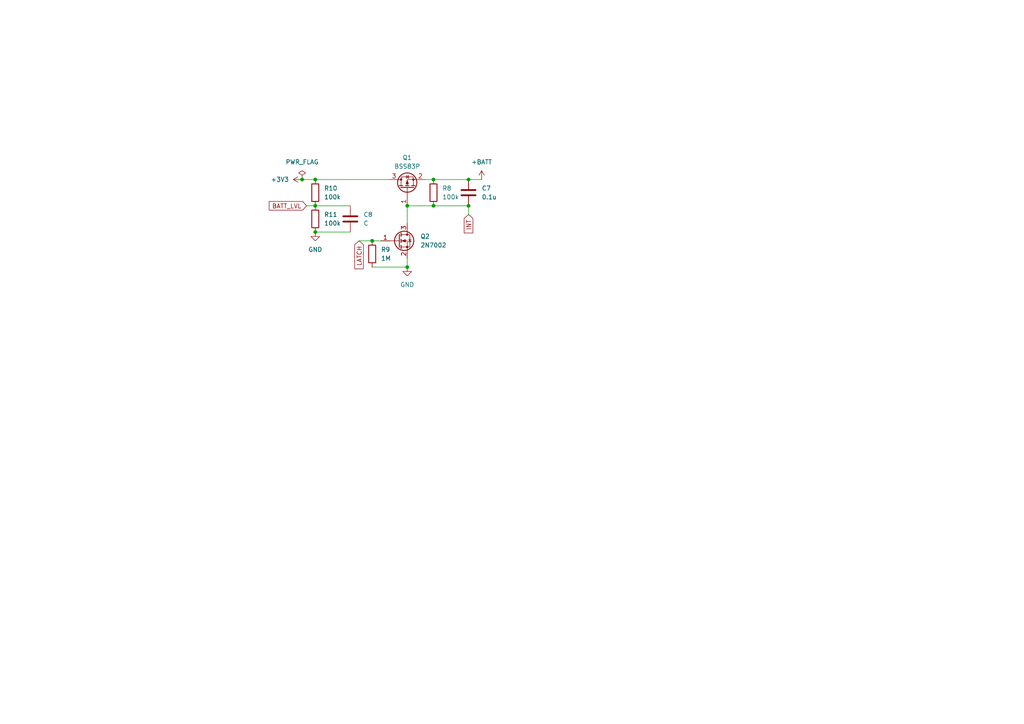
<source format=kicad_sch>
(kicad_sch (version 20250114) (generator "eeschema") (generator_version "9.0")
  (paper "A4")
  (lib_symbols
    (symbol "Device:C" (pin_numbers (hide yes)) (pin_names (offset 0.254))
      (property "Reference" "C" (at 0.635 2.54 0))
      (property "Value" "C" (at 0.635 -2.54 0))
      (symbol "C_0_1"
        (polyline (pts (xy -2.032 0.762) (xy 2.032 0.762)) (stroke (width 0.508)))
        (polyline (pts (xy -2.032 -0.762) (xy 2.032 -0.762)) (stroke (width 0.508)))
      )
      (symbol "C_1_1"
        (pin passive line (at 0 3.81 270) (length 2.794) (name "~") (number "1"))
        (pin passive line (at 0 -3.81 90) (length 2.794) (name "~") (number "2"))
      )
    )
    (symbol "Device:R" (pin_numbers (hide yes)) (pin_names (offset 0))
      (property "Reference" "R" (at 2.032 0 90))
      (property "Value" "R" (at 0 0 90))
      (symbol "R_0_1"
        (rectangle (start -1.016 -2.54) (end 1.016 2.54) (stroke (width 0.254)))
      )
      (symbol "R_1_1"
        (pin passive line (at 0 3.81 270) (length 1.27) (name "~") (number "1"))
        (pin passive line (at 0 -3.81 90) (length 1.27) (name "~") (number "2"))
      )
    )
    (symbol "Transistor_FET:2N7002" (pin_names (offset 0) (hide yes))
      (property "Reference" "Q" (at 5.08 1.905 0))
      (property "Value" "2N7002" (at 5.08 0 0))
      (symbol "2N7002_0_1"
        (polyline (pts (xy 0.254 1.905) (xy 0.254 -1.905)) (stroke (width 0.254)))
        (polyline (pts (xy 0.254 0) (xy -2.54 0)))
        (polyline (pts (xy 0.762 2.286) (xy 0.762 1.27)) (stroke (width 0.254)))
        (polyline (pts (xy 0.762 0.508) (xy 0.762 -0.508)) (stroke (width 0.254)))
        (polyline (pts (xy 0.762 -1.27) (xy 0.762 -2.286)) (stroke (width 0.254)))
        (polyline (pts (xy 0.762 -1.778) (xy 3.302 -1.778) (xy 3.302 1.778) (xy 0.762 1.778)))
        (polyline (pts (xy 1.016 0) (xy 2.032 0.381) (xy 2.032 -0.381) (xy 1.016 0)) (fill (type outline)))
        (circle (center 1.651 0) (radius 2.794) (stroke (width 0.254)))
        (polyline (pts (xy 2.54 2.54) (xy 2.54 1.778)))
        (circle (center 2.54 1.778) (radius 0.254) (fill (type outline)))
        (circle (center 2.54 -1.778) (radius 0.254) (fill (type outline)))
        (polyline (pts (xy 2.54 -2.54) (xy 2.54 0) (xy 0.762 0)))
        (polyline (pts (xy 2.921 0.381) (xy 3.683 0.381)))
        (polyline (pts (xy 3.302 0.381) (xy 2.921 -0.254) (xy 3.683 -0.254) (xy 3.302 0.381)))
      )
      (symbol "2N7002_1_1"
        (pin input line (at -5.08 0 0) (length 2.54) (name "G") (number "1"))
        (pin passive line (at 2.54 5.08 270) (length 2.54) (name "D") (number "3"))
        (pin passive line (at 2.54 -5.08 90) (length 2.54) (name "S") (number "2"))
      )
    )
    (symbol "Transistor_FET:BSS83P" (pin_names (hide yes))
      (property "Reference" "Q" (at 5.08 1.905 0))
      (property "Value" "BSS83P" (at 5.08 0 0))
      (symbol "BSS83P_0_1"
        (polyline (pts (xy 0.254 1.905) (xy 0.254 -1.905)) (stroke (width 0.254)))
        (polyline (pts (xy 0.254 0) (xy -2.54 0)))
        (polyline (pts (xy 0.762 2.286) (xy 0.762 1.27)) (stroke (width 0.254)))
        (polyline (pts (xy 0.762 1.778) (xy 3.302 1.778) (xy 3.302 -1.778) (xy 0.762 -1.778)))
        (polyline (pts (xy 0.762 0.508) (xy 0.762 -0.508)) (stroke (width 0.254)))
        (polyline (pts (xy 0.762 -1.27) (xy 0.762 -2.286)) (stroke (width 0.254)))
        (circle (center 1.651 0) (radius 2.794) (stroke (width 0.254)))
        (polyline (pts (xy 2.286 0) (xy 1.27 0.381) (xy 1.27 -0.381) (xy 2.286 0)) (fill (type outline)))
        (polyline (pts (xy 2.54 2.54) (xy 2.54 1.778)))
        (circle (center 2.54 1.778) (radius 0.254) (fill (type outline)))
        (circle (center 2.54 -1.778) (radius 0.254) (fill (type outline)))
        (polyline (pts (xy 2.54 -2.54) (xy 2.54 0) (xy 0.762 0)))
        (polyline (pts (xy 2.794 -0.508) (xy 2.921 -0.381) (xy 3.683 -0.381) (xy 3.81 -0.254)))
        (polyline (pts (xy 3.302 -0.381) (xy 2.921 0.254) (xy 3.683 0.254) (xy 3.302 -0.381)))
      )
      (symbol "BSS83P_1_1"
        (pin input line (at -5.08 0 0) (length 2.54) (name "G") (number "1"))
        (pin passive line (at 2.54 5.08 270) (length 2.54) (name "D") (number "3"))
        (pin passive line (at 2.54 -5.08 90) (length 2.54) (name "S") (number "2"))
      )
    )
    (symbol "power:+3V3" (power) (pin_numbers (hide yes)) (pin_names (offset 0) (hide yes))
      (property "Value" "+3V3" (at 0 3.556 0))
      (symbol "+3V3_0_1"
        (polyline (pts (xy -0.762 1.27) (xy 0 2.54)))
        (polyline (pts (xy 0 2.54) (xy 0.762 1.27)))
        (polyline (pts (xy 0 0) (xy 0 2.54)))
      )
      (symbol "+3V3_1_1"
        (pin power_in line (at 0 0 90) (length 0) (name "~") (number "1"))
      )
    )
    (symbol "power:+BATT" (power) (pin_numbers (hide yes)) (pin_names (offset 0) (hide yes))
      (property "Value" "+BATT" (at 0 3.556 0))
      (symbol "+BATT_0_1"
        (polyline (pts (xy -0.762 1.27) (xy 0 2.54)))
        (polyline (pts (xy 0 2.54) (xy 0.762 1.27)))
        (polyline (pts (xy 0 0) (xy 0 2.54)))
      )
      (symbol "+BATT_1_1"
        (pin power_in line (at 0 0 90) (length 0) (name "~") (number "1"))
      )
    )
    (symbol "power:GND" (power) (pin_numbers (hide yes)) (pin_names (offset 0) (hide yes))
      (property "Value" "GND" (at 0 -3.81 0))
      (symbol "GND_0_1"
        (polyline (pts (xy 0 0) (xy 0 -1.27) (xy 1.27 -1.27) (xy 0 -2.54) (xy -1.27 -1.27) (xy 0 -1.27)))
      )
      (symbol "GND_1_1"
        (pin power_in line (at 0 0 270) (length 0) (name "~") (number "1"))
      )
    )
    (symbol "power:PWR_FLAG" (power) (pin_numbers (hide yes)) (pin_names (offset 0) (hide yes))
      (property "Value" "PWR_FLAG" (at 0 3.81 0))
      (symbol "PWR_FLAG_0_0"
        (pin power_out line (at 0 0 90) (length 0) (name "~") (number "1"))
      )
      (symbol "PWR_FLAG_0_1"
        (polyline (pts (xy 0 0) (xy 0 1.27) (xy -1.016 1.905) (xy 0 2.54) (xy 1.016 1.905) (xy 0 1.27)))
      )
    )
  )
  (junction (at 91.44 52.07))
  (junction (at 125.73 59.69))
  (junction (at 107.95 69.85))
  (junction (at 135.89 59.69))
  (junction (at 118.11 59.69))
  (junction (at 135.89 52.07))
  (junction (at 125.73 52.07))
  (junction (at 91.44 67.31))
  (junction (at 91.44 59.69))
  (junction (at 87.63 52.07))
  (junction (at 118.11 77.47))
  (wire (pts (xy 118.11 77.47) (xy 107.95 77.47)))
  (wire (pts (xy 125.73 52.07) (xy 135.89 52.07)))
  (wire (pts (xy 118.11 59.69) (xy 118.11 64.77)))
  (wire (pts (xy 91.44 59.69) (xy 101.6 59.69)))
  (wire (pts (xy 91.44 67.31) (xy 101.6 67.31)))
  (wire (pts (xy 118.11 74.93) (xy 118.11 77.47)))
  (wire (pts (xy 125.73 59.69) (xy 135.89 59.69)))
  (wire (pts (xy 123.19 52.07) (xy 125.73 52.07)))
  (wire (pts (xy 107.95 69.85) (xy 110.49 69.85)))
  (wire (pts (xy 118.11 59.69) (xy 125.73 59.69)))
  (wire (pts (xy 135.89 52.07) (xy 139.7 52.07)))
  (wire (pts (xy 135.89 62.23) (xy 135.89 59.69)))
  (wire (pts (xy 87.63 52.07) (xy 91.44 52.07)))
  (wire (pts (xy 104.14 69.85) (xy 107.95 69.85)))
  (wire (pts (xy 88.9 59.69) (xy 91.44 59.69)))
  (wire (pts (xy 91.44 52.07) (xy 113.03 52.07)))
  (global_label "LATCH" (shape input) (at 104.14 69.85 270) (property "Intersheetrefs" "${INTERSHEET_REFS}" (effects (hide yes))))
  (global_label "INT" (shape input) (at 135.89 62.23 270) (property "Intersheetrefs" "${INTERSHEET_REFS}" (effects (hide yes))))
  (global_label "BATT_LVL" (shape input) (at 88.9 59.69 180) (property "Intersheetrefs" "${INTERSHEET_REFS}" (effects (hide yes))))
  (symbol (lib_id "Device:R") (at 91.44 55.88 0) (unit 1)
    (property "Reference" "R10" (at 93.98 54.6099 0) (effects (justify left)))
    (property "Value" "100k" (at 93.98 57.1499 0) (effects (justify left)))
    (property "Description" "Resistor" (effects (hide yes)))
  )
  (symbol (lib_id "Device:R") (at 107.95 73.66 0) (unit 1)
    (property "Reference" "R9" (at 110.49 72.3899 0) (effects (justify left)))
    (property "Value" "1M" (at 110.49 74.9299 0) (effects (justify left)))
    (property "Description" "Resistor" (effects (hide yes)))
  )
  (symbol (lib_id "Device:R") (at 125.73 55.88 0) (unit 1)
    (property "Reference" "R8" (at 128.27 54.6099 0) (effects (justify left)))
    (property "Value" "100k" (at 128.27 57.1499 0) (effects (justify left)))
    (property "Description" "Resistor" (effects (hide yes)))
  )
  (symbol (lib_id "Transistor_FET:2N7002") (at 115.57 69.85 0) (unit 1)
    (property "Reference" "Q2" (at 121.92 68.5799 0) (effects (justify left)))
    (property "Value" "2N7002" (at 121.92 71.1199 0) (effects (justify left)))
    (property "Footprint" "Package_TO_SOT_SMD:SOT-23" (effects (hide yes)))
    (property "Datasheet" "https://www.onsemi.com/pub/Collateral/NDS7002A-D.PDF" (effects (hide yes)))
    (property "Description" "0.115A Id, 60V Vds, N-Channel MOSFET, SOT-23" (effects (hide yes)))
  )
  (symbol (lib_id "power:PWR_FLAG") (at 87.63 52.07 0) (unit 1)
    (property "Reference" "#FLG03" (effects (hide yes)))
    (property "Value" "PWR_FLAG" (at 87.63 46.99 0))
    (property "Description" "Special symbol for telling ERC where power comes from" (effects (hide yes)))
  )
  (symbol (lib_id "Transistor_FET:BSS83P") (at 118.11 54.61 90) (unit 1)
    (property "Reference" "Q1" (at 118.11 45.72 90))
    (property "Value" "BSS83P" (at 118.11 48.26 90))
    (property "Footprint" "Package_TO_SOT_SMD:SOT-23" (effects (hide yes)))
    (property "Datasheet" "http://www.farnell.com/datasheets/1835997.pdf" (effects (hide yes)))
    (property "Description" "-0.33A Id, -60V Vds, P-Channel MOSFET, SOT-23" (effects (hide yes)))
  )
  (symbol (lib_id "power:GND") (at 91.44 67.31 0) (unit 1)
    (property "Reference" "#PWR034" (effects (hide yes)))
    (property "Value" "GND" (at 91.44 72.39 0))
    (property "Description" "Power symbol creates a global label with name \"GND\" , ground" (effects (hide yes)))
  )
  (symbol (lib_id "power:GND") (at 118.11 77.47 0) (unit 1)
    (property "Reference" "#PWR032" (effects (hide yes)))
    (property "Value" "GND" (at 118.11 82.55 0))
    (property "Description" "Power symbol creates a global label with name \"GND\" , ground" (effects (hide yes)))
  )
  (symbol (lib_id "Device:R") (at 91.44 63.5 0) (unit 1)
    (property "Reference" "R11" (at 93.98 62.2299 0) (effects (justify left)))
    (property "Value" "100k" (at 93.98 64.7699 0) (effects (justify left)))
    (property "Description" "Resistor" (effects (hide yes)))
  )
  (symbol (lib_id "power:+BATT") (at 139.7 52.07 0) (unit 1)
    (property "Reference" "#PWR031" (effects (hide yes)))
    (property "Value" "+BATT" (at 139.7 46.99 0))
    (property "Description" "Power symbol creates a global label with name \"+BATT\"" (effects (hide yes)))
  )
  (symbol (lib_id "Device:C") (at 135.89 55.88 0) (unit 1)
    (property "Reference" "C7" (at 139.7 54.6099 0) (effects (justify left)))
    (property "Value" "0.1u" (at 139.7 57.1499 0) (effects (justify left)))
    (property "Description" "Unpolarized capacitor" (effects (hide yes)))
  )
  (symbol (lib_id "Device:C") (at 101.6 63.5 0) (unit 1)
    (property "Reference" "C8" (at 105.41 62.2299 0) (effects (justify left)))
    (property "Value" "C" (at 105.41 64.7699 0) (effects (justify left)))
    (property "Description" "Unpolarized capacitor" (effects (hide yes)))
  )
  (symbol (lib_id "power:+3V3") (at 87.63 52.07 90) (unit 1)
    (property "Reference" "#PWR033" (effects (hide yes)))
    (property "Value" "+3V3" (at 83.82 52.0699 90) (effects (justify left)))
    (property "Description" "Power symbol creates a global label with name \"+3V3\"" (effects (hide yes)))
  )
)
</source>
